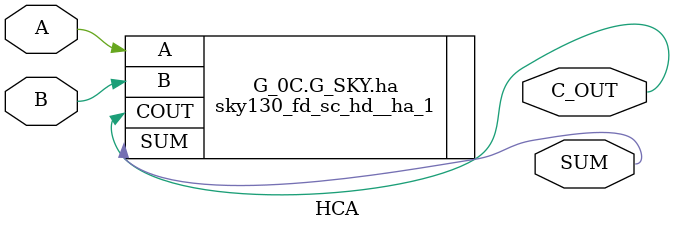
<source format=sv>
`timescale 1ns / 1ps
/** -=-=-=-=-=-=-=-=-=-=-=-=-=-=-=-=-=-=-=-=-=-=-=-=-=-=-=-=-=-=-=-=-=-=-=-=-=-=-=-=-=-=-=-=-=-=-=-
 * Engineer: Gustaf Swansen
 * 
 * Create Date: 07/28/2025
 * Module Name: HCA
 * Target Devices: Aller A7 FPGA Board with M.2 Interface
 * Tool Versions: Vivado 2025.1
 * Description: 
 *   This is a half carry adder. This is used to sum one input bit with another input bit. The 
 *   longterm goal is to use this as a submodule and create a dadda multiplier
 * 
 * Dependencies: None
 * 
 * Additional Comments: 
 -=-=-=-=-=-=-=-=-=-=-=-=-=-=-=-=-=-=-=-=-=-=-=-=-=-=-=-=-=-=-=-=-=-=-=-=-=-=-=-=-=-=-=-=-=-=-=- */


module HCA #(
    parameter C = 0
)(
    input  wire A   ,
    input  wire B   ,

    output wire SUM  ,
    output wire C_OUT
);

// if using the skywater pdk
`ifdef NO_GATES
    localparam SKY130 = 0;
`else 
    localparam SKY130 = 1;
`endif

generate
    if(C==0) begin : G_0C
        if(SKY130) begin : G_SKY
            sky130_fd_sc_hd__ha_1 ha (/*.VPWR(1'b1), .VGND(1'b0), .VPB(1'b1), .VNB(1'b0),*/ .A(A), .B(B), .SUM(SUM), .COUT(C_OUT));
        end else begin : G_RTL
            assign SUM   = A ^ B;
            assign C_OUT = A & B;
        end        
    end else begin : G_1C
        // Note this is a HCA assuming that there is an incoming 1. 
        // I don't think theres a sky130 gate for this, so this is
        // the only option
        assign SUM   = ~(A ^ B);
        assign C_OUT =   A | B;
    end
    


endgenerate

endmodule

</source>
